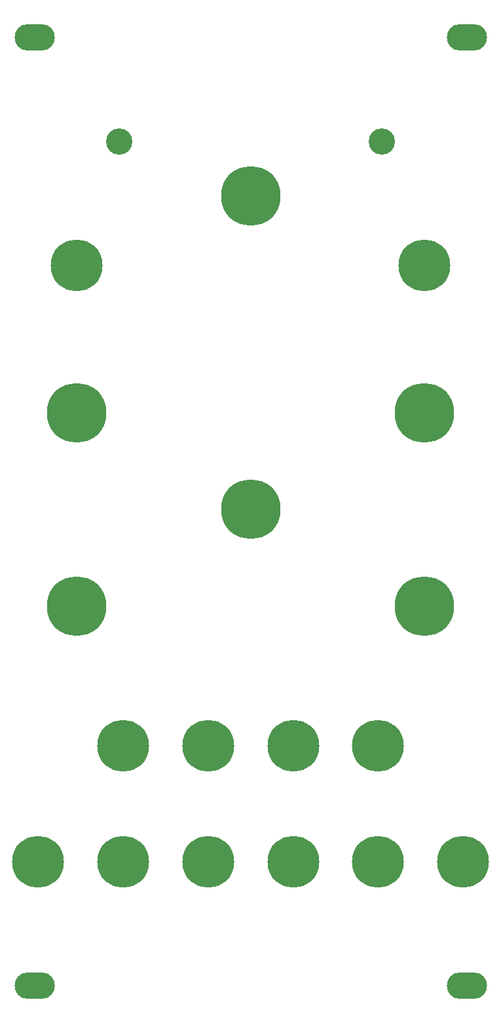
<source format=gts>
G04 #@! TF.GenerationSoftware,KiCad,Pcbnew,(5.0.0-rc2)*
G04 #@! TF.CreationDate,2020-07-08T21:08:46+03:00*
G04 #@! TF.ProjectId,SWAMPNL2,5357414D504E4C322E6B696361645F70,rev?*
G04 #@! TF.SameCoordinates,PX2549e60PY82a7440*
G04 #@! TF.FileFunction,Soldermask,Top*
G04 #@! TF.FilePolarity,Negative*
%FSLAX46Y46*%
G04 Gerber Fmt 4.6, Leading zero omitted, Abs format (unit mm)*
G04 Created by KiCad (PCBNEW (5.0.0-rc2)) date Wed Jul  8 21:08:46 2020*
%MOMM*%
%LPD*%
G01*
G04 APERTURE LIST*
%ADD10C,7.700000*%
%ADD11C,6.700000*%
%ADD12O,5.200000X3.400000*%
%ADD13C,3.400000*%
G04 APERTURE END LIST*
D10*
G04 #@! TO.C,Ref\002A\002A*
X57900000Y52000000D03*
G04 #@! TD*
G04 #@! TO.C,Ref\002A\002A*
X12900000Y52000000D03*
G04 #@! TD*
G04 #@! TO.C,Ref\002A\002A*
X35400000Y64500000D03*
G04 #@! TD*
G04 #@! TO.C,Ref\002A\002A*
X57900000Y77000000D03*
G04 #@! TD*
G04 #@! TO.C,Ref\002A\002A*
X12900000Y77000000D03*
G04 #@! TD*
G04 #@! TO.C,Ref\002A\002A*
X35400000Y105000000D03*
G04 #@! TD*
D11*
G04 #@! TO.C,Ref\002A\002A*
X57900000Y96000000D03*
G04 #@! TD*
G04 #@! TO.C,Ref\002A\002A*
X12900000Y96000000D03*
G04 #@! TD*
G04 #@! TO.C,Ref\002A\002A*
X62900000Y19000000D03*
G04 #@! TD*
G04 #@! TO.C,Ref\002A\002A*
X51900000Y19000000D03*
G04 #@! TD*
G04 #@! TO.C,Ref\002A\002A*
X40900000Y19000000D03*
G04 #@! TD*
G04 #@! TO.C,Ref\002A\002A*
X29900000Y19000000D03*
G04 #@! TD*
G04 #@! TO.C,Ref\002A\002A*
X18900000Y19000000D03*
G04 #@! TD*
G04 #@! TO.C,Ref\002A\002A*
X51900000Y34000000D03*
G04 #@! TD*
G04 #@! TO.C,Ref\002A\002A*
X40900000Y34000000D03*
G04 #@! TD*
G04 #@! TO.C,Ref\002A\002A*
X29900000Y34000000D03*
G04 #@! TD*
D12*
G04 #@! TO.C,X*
X63400000Y125500000D03*
G04 #@! TD*
G04 #@! TO.C,X*
X7500000Y125500000D03*
G04 #@! TD*
G04 #@! TO.C,X*
X63400000Y3000000D03*
G04 #@! TD*
G04 #@! TO.C,X*
X7500000Y3000000D03*
G04 #@! TD*
D13*
G04 #@! TO.C,Ref\002A\002A*
X18400000Y112000000D03*
G04 #@! TD*
G04 #@! TO.C,Ref\002A\002A*
X52400000Y112000000D03*
G04 #@! TD*
D11*
G04 #@! TO.C,Ref\002A\002A*
X18900000Y34000000D03*
G04 #@! TD*
G04 #@! TO.C,Ref\002A\002A*
X7900000Y19000000D03*
G04 #@! TD*
M02*

</source>
